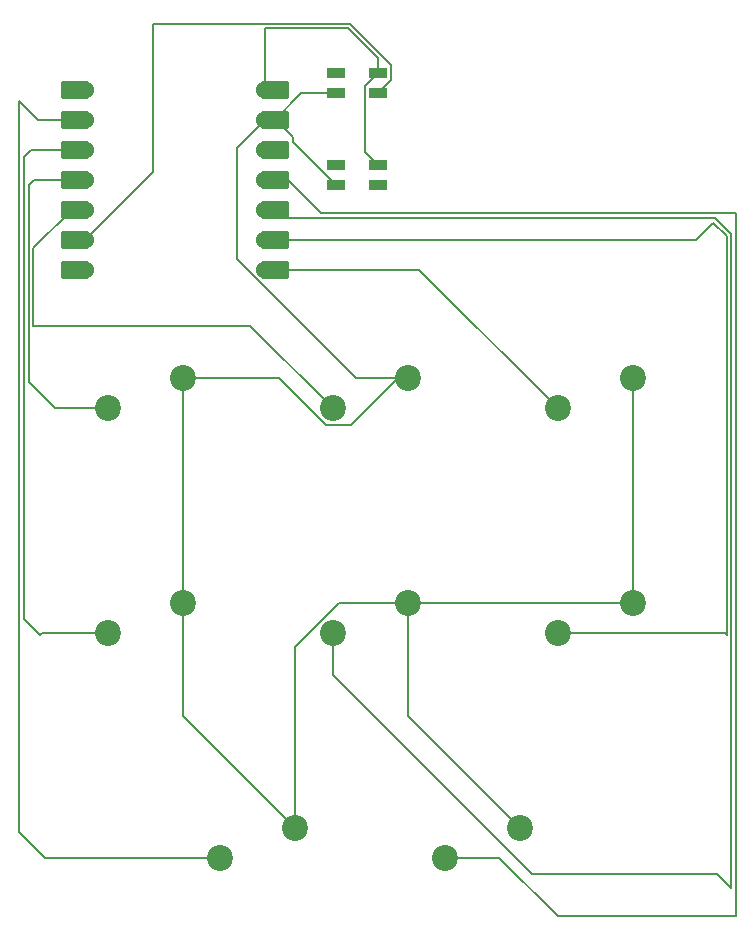
<source format=gbr>
%TF.GenerationSoftware,KiCad,Pcbnew,9.0.7*%
%TF.CreationDate,2026-01-18T08:27:45-05:00*%
%TF.ProjectId,Hackpad,4861636b-7061-4642-9e6b-696361645f70,rev?*%
%TF.SameCoordinates,Original*%
%TF.FileFunction,Copper,L1,Top*%
%TF.FilePolarity,Positive*%
%FSLAX46Y46*%
G04 Gerber Fmt 4.6, Leading zero omitted, Abs format (unit mm)*
G04 Created by KiCad (PCBNEW 9.0.7) date 2026-01-18 08:27:45*
%MOMM*%
%LPD*%
G01*
G04 APERTURE LIST*
G04 Aperture macros list*
%AMRoundRect*
0 Rectangle with rounded corners*
0 $1 Rounding radius*
0 $2 $3 $4 $5 $6 $7 $8 $9 X,Y pos of 4 corners*
0 Add a 4 corners polygon primitive as box body*
4,1,4,$2,$3,$4,$5,$6,$7,$8,$9,$2,$3,0*
0 Add four circle primitives for the rounded corners*
1,1,$1+$1,$2,$3*
1,1,$1+$1,$4,$5*
1,1,$1+$1,$6,$7*
1,1,$1+$1,$8,$9*
0 Add four rect primitives between the rounded corners*
20,1,$1+$1,$2,$3,$4,$5,0*
20,1,$1+$1,$4,$5,$6,$7,0*
20,1,$1+$1,$6,$7,$8,$9,0*
20,1,$1+$1,$8,$9,$2,$3,0*%
G04 Aperture macros list end*
%TA.AperFunction,SMDPad,CuDef*%
%ADD10R,1.600000X0.850000*%
%TD*%
%TA.AperFunction,ComponentPad*%
%ADD11C,2.200000*%
%TD*%
%TA.AperFunction,SMDPad,CuDef*%
%ADD12RoundRect,0.152400X1.063600X0.609600X-1.063600X0.609600X-1.063600X-0.609600X1.063600X-0.609600X0*%
%TD*%
%TA.AperFunction,ComponentPad*%
%ADD13C,1.524000*%
%TD*%
%TA.AperFunction,SMDPad,CuDef*%
%ADD14RoundRect,0.152400X-1.063600X-0.609600X1.063600X-0.609600X1.063600X0.609600X-1.063600X0.609600X0*%
%TD*%
%TA.AperFunction,Conductor*%
%ADD15C,0.200000*%
%TD*%
G04 APERTURE END LIST*
D10*
%TO.P,D1,1,DOUT*%
%TO.N,unconnected-(D1-DOUT-Pad1)*%
X141756250Y-57781250D03*
%TO.P,D1,2,VSS*%
%TO.N,GND*%
X141756250Y-59531250D03*
%TO.P,D1,3,DIN*%
%TO.N,unconnected-(D1-DIN-Pad3)*%
X145256250Y-59531250D03*
%TO.P,D1,4,VDD*%
%TO.N,+5V*%
X145256250Y-57781250D03*
%TD*%
D11*
%TO.P,SW1,1,1*%
%TO.N,GND*%
X157321250Y-113982500D03*
%TO.P,SW1,2,2*%
%TO.N,Net-(U1-GPIO3{slash}MOSI)*%
X150971250Y-116522500D03*
%TD*%
%TO.P,SW8,1,1*%
%TO.N,GND*%
X147796250Y-75882500D03*
%TO.P,SW8,2,2*%
%TO.N,Net-(U1-GPIO6{slash}SDA)*%
X141446250Y-78422500D03*
%TD*%
%TO.P,SW3,1,1*%
%TO.N,GND*%
X166846250Y-94932500D03*
%TO.P,SW3,2,2*%
%TO.N,Net-(U1-GPIO2{slash}SCK)*%
X160496250Y-97472500D03*
%TD*%
D10*
%TO.P,D2,1,DOUT*%
%TO.N,unconnected-(D2-DOUT-Pad1)*%
X141756250Y-50006250D03*
%TO.P,D2,2,VSS*%
%TO.N,GND*%
X141756250Y-51756250D03*
%TO.P,D2,3,DIN*%
%TO.N,Net-(D2-DIN)*%
X145256250Y-51756250D03*
%TO.P,D2,4,VDD*%
%TO.N,+5V*%
X145256250Y-50006250D03*
%TD*%
D11*
%TO.P,SW5,1,1*%
%TO.N,GND*%
X138271250Y-113982500D03*
%TO.P,SW5,2,2*%
%TO.N,Net-(U1-GPIO27{slash}ADC1{slash}A1)*%
X131921250Y-116522500D03*
%TD*%
%TO.P,SW2,1,1*%
%TO.N,GND*%
X147796250Y-94932500D03*
%TO.P,SW2,2,2*%
%TO.N,Net-(U1-GPIO4{slash}MISO)*%
X141446250Y-97472500D03*
%TD*%
%TO.P,SW7,1,1*%
%TO.N,GND*%
X128746250Y-75882500D03*
%TO.P,SW7,2,2*%
%TO.N,Net-(U1-GPIO29{slash}ADC3{slash}A3)*%
X122396250Y-78422500D03*
%TD*%
D12*
%TO.P,U1,1,GPIO26/ADC0/A0*%
%TO.N,unconnected-(U1-GPIO26{slash}ADC0{slash}A0-Pad1)*%
X119656250Y-51435000D03*
D13*
X120491250Y-51435000D03*
D12*
%TO.P,U1,2,GPIO27/ADC1/A1*%
%TO.N,Net-(U1-GPIO27{slash}ADC1{slash}A1)*%
X119656250Y-53975000D03*
D13*
X120491250Y-53975000D03*
D12*
%TO.P,U1,3,GPIO28/ADC2/A2*%
%TO.N,Net-(U1-GPIO28{slash}ADC2{slash}A2)*%
X119656250Y-56515000D03*
D13*
X120491250Y-56515000D03*
D12*
%TO.P,U1,4,GPIO29/ADC3/A3*%
%TO.N,Net-(U1-GPIO29{slash}ADC3{slash}A3)*%
X119656250Y-59055000D03*
D13*
X120491250Y-59055000D03*
D12*
%TO.P,U1,5,GPIO6/SDA*%
%TO.N,Net-(U1-GPIO6{slash}SDA)*%
X119656250Y-61595000D03*
D13*
X120491250Y-61595000D03*
D12*
%TO.P,U1,6,GPIO7/SCL*%
%TO.N,Net-(D2-DIN)*%
X119656250Y-64135000D03*
D13*
X120491250Y-64135000D03*
D12*
%TO.P,U1,7,GPIO0/TX*%
%TO.N,unconnected-(U1-GPIO0{slash}TX-Pad7)*%
X119656250Y-66675000D03*
D13*
X120491250Y-66675000D03*
%TO.P,U1,8,GPIO1/RX*%
%TO.N,Net-(U1-GPIO1{slash}RX)*%
X135731250Y-66675000D03*
D14*
X136566250Y-66675000D03*
D13*
%TO.P,U1,9,GPIO2/SCK*%
%TO.N,Net-(U1-GPIO2{slash}SCK)*%
X135731250Y-64135000D03*
D14*
X136566250Y-64135000D03*
D13*
%TO.P,U1,10,GPIO4/MISO*%
%TO.N,Net-(U1-GPIO4{slash}MISO)*%
X135731250Y-61595000D03*
D14*
X136566250Y-61595000D03*
D13*
%TO.P,U1,11,GPIO3/MOSI*%
%TO.N,Net-(U1-GPIO3{slash}MOSI)*%
X135731250Y-59055000D03*
D14*
X136566250Y-59055000D03*
D13*
%TO.P,U1,12,3V3*%
%TO.N,unconnected-(U1-3V3-Pad12)*%
X135731250Y-56515000D03*
D14*
X136566250Y-56515000D03*
D13*
%TO.P,U1,13,GND*%
%TO.N,GND*%
X135731250Y-53975000D03*
D14*
X136566250Y-53975000D03*
D13*
%TO.P,U1,14,VBUS*%
%TO.N,+5V*%
X135731250Y-51435000D03*
D14*
X136566250Y-51435000D03*
%TD*%
D11*
%TO.P,SW4,1,1*%
%TO.N,GND*%
X166846250Y-75882500D03*
%TO.P,SW4,2,2*%
%TO.N,Net-(U1-GPIO1{slash}RX)*%
X160496250Y-78422500D03*
%TD*%
%TO.P,SW6,1,1*%
%TO.N,GND*%
X128746250Y-94932500D03*
%TO.P,SW6,2,2*%
%TO.N,Net-(U1-GPIO28{slash}ADC2{slash}A2)*%
X122396250Y-97472500D03*
%TD*%
D15*
%TO.N,+5V*%
X145256250Y-50006250D02*
X145256250Y-48793100D01*
X145256250Y-48793100D02*
X142708900Y-46245750D01*
X135731250Y-46245750D02*
X135731250Y-51435000D01*
X144155250Y-56680250D02*
X144155250Y-51107250D01*
X144155250Y-51107250D02*
X145256250Y-50006250D01*
X142708900Y-46245750D02*
X135731250Y-46245750D01*
X145256250Y-57781250D02*
X144155250Y-56680250D01*
%TO.N,GND*%
X143013720Y-79823500D02*
X140865936Y-79823500D01*
X147796250Y-75882500D02*
X146954720Y-75882500D01*
X133350000Y-65797060D02*
X133350000Y-56356250D01*
X141756250Y-59531250D02*
X138083250Y-55858250D01*
X146954720Y-75882500D02*
X143013720Y-79823500D01*
X166846250Y-94932500D02*
X147796250Y-94932500D01*
X128746250Y-104457500D02*
X138271250Y-113982500D01*
X143435440Y-75882500D02*
X133350000Y-65797060D01*
X147796250Y-104457500D02*
X147796250Y-94932500D01*
X147796250Y-75882500D02*
X143435440Y-75882500D01*
X138083250Y-55492000D02*
X136566250Y-53975000D01*
X136924936Y-75882500D02*
X128746250Y-75882500D01*
X140865936Y-79823500D02*
X136924936Y-75882500D01*
X138271250Y-98666186D02*
X138271250Y-113982500D01*
X138785000Y-51756250D02*
X136566250Y-53975000D01*
X157321250Y-113982500D02*
X147796250Y-104457500D01*
X142004936Y-94932500D02*
X138271250Y-98666186D01*
X141756250Y-51756250D02*
X138785000Y-51756250D01*
X147796250Y-94932500D02*
X142004936Y-94932500D01*
X138083250Y-55858250D02*
X138083250Y-55492000D01*
X128746250Y-94932500D02*
X128746250Y-104457500D01*
X128746250Y-75882500D02*
X128746250Y-94932500D01*
X133350000Y-56356250D02*
X135731250Y-53975000D01*
X166846250Y-75882500D02*
X166846250Y-94932500D01*
%TO.N,Net-(D2-DIN)*%
X142875000Y-45844750D02*
X126206250Y-45844750D01*
X126206250Y-58420000D02*
X120491250Y-64135000D01*
X146357250Y-49327000D02*
X142875000Y-45844750D01*
X145256250Y-51756250D02*
X146357250Y-50655250D01*
X126206250Y-45844750D02*
X126206250Y-58420000D01*
X146357250Y-50655250D02*
X146357250Y-49327000D01*
%TO.N,Net-(U1-GPIO3{slash}MOSI)*%
X140493750Y-61912500D02*
X137636250Y-59055000D01*
X175611500Y-61912500D02*
X140493750Y-61912500D01*
X155566066Y-116522500D02*
X160487316Y-121443750D01*
X160487316Y-121443750D02*
X175611500Y-121443750D01*
X150971250Y-116522500D02*
X155566066Y-116522500D01*
X175611500Y-121443750D02*
X175611500Y-61912500D01*
X137636250Y-59055000D02*
X135731250Y-59055000D01*
%TO.N,Net-(U1-GPIO4{slash}MISO)*%
X135731250Y-61595000D02*
X136808880Y-61595000D01*
X136808880Y-61595000D02*
X137527380Y-62313500D01*
X175210500Y-119062500D02*
X174009500Y-117861500D01*
X175210500Y-63692750D02*
X175210500Y-119062500D01*
X174009500Y-117861500D02*
X158342750Y-117861500D01*
X158342750Y-117861500D02*
X141446250Y-100965000D01*
X141446250Y-100965000D02*
X141446250Y-97472500D01*
X173831250Y-62313500D02*
X175210500Y-63692750D01*
X137527380Y-62313500D02*
X173831250Y-62313500D01*
%TO.N,Net-(U1-GPIO2{slash}SCK)*%
X160496250Y-97472500D02*
X174650750Y-97472500D01*
X174650750Y-97472500D02*
X174809500Y-97631250D01*
X172244650Y-64135000D02*
X135731250Y-64135000D01*
X174809500Y-63858850D02*
X173665150Y-62714500D01*
X174809500Y-97631250D02*
X174809500Y-63858850D01*
X173665150Y-62714500D02*
X172244650Y-64135000D01*
%TO.N,Net-(U1-GPIO1{slash}RX)*%
X148748750Y-66675000D02*
X160496250Y-78422500D01*
X135731250Y-66675000D02*
X148748750Y-66675000D01*
%TO.N,Net-(U1-GPIO27{slash}ADC1{slash}A1)*%
X114901000Y-114300000D02*
X114901000Y-52387500D01*
X117123500Y-116522500D02*
X114901000Y-114300000D01*
X114901000Y-52387500D02*
X116488500Y-53975000D01*
X116488500Y-53975000D02*
X120491250Y-53975000D01*
X131921250Y-116522500D02*
X117123500Y-116522500D01*
%TO.N,Net-(U1-GPIO28{slash}ADC2{slash}A2)*%
X115937000Y-56515000D02*
X115302000Y-57150000D01*
X116840000Y-97472500D02*
X122396250Y-97472500D01*
X120491250Y-56515000D02*
X115937000Y-56515000D01*
X115302000Y-57150000D02*
X115302000Y-96252000D01*
X116681250Y-97631250D02*
X116840000Y-97472500D01*
X115302000Y-96252000D02*
X116681250Y-97631250D01*
%TO.N,Net-(U1-GPIO29{slash}ADC3{slash}A3)*%
X116179250Y-59055000D02*
X120491250Y-59055000D01*
X115703000Y-59531250D02*
X116179250Y-59055000D01*
X115703000Y-76200000D02*
X115703000Y-59531250D01*
X117925500Y-78422500D02*
X115703000Y-76200000D01*
X122396250Y-78422500D02*
X117925500Y-78422500D01*
%TO.N,Net-(U1-GPIO6{slash}SDA)*%
X134461250Y-71437500D02*
X141446250Y-78422500D01*
X116104000Y-71437500D02*
X134461250Y-71437500D01*
X119380000Y-61595000D02*
X116104000Y-64871000D01*
X120491250Y-61595000D02*
X119380000Y-61595000D01*
X116104000Y-64871000D02*
X116104000Y-71437500D01*
%TD*%
M02*

</source>
